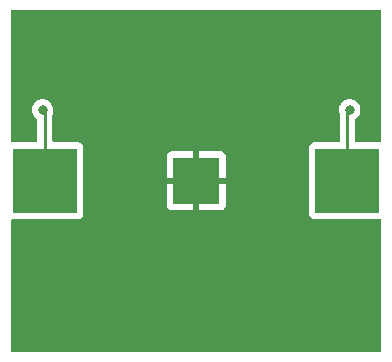
<source format=gbr>
%TF.GenerationSoftware,KiCad,Pcbnew,(6.0.8)*%
%TF.CreationDate,2023-01-21T17:58:08-05:00*%
%TF.ProjectId,Blinky 5.0,426c696e-6b79-4203-952e-302e6b696361,rev?*%
%TF.SameCoordinates,Original*%
%TF.FileFunction,Copper,L2,Bot*%
%TF.FilePolarity,Positive*%
%FSLAX46Y46*%
G04 Gerber Fmt 4.6, Leading zero omitted, Abs format (unit mm)*
G04 Created by KiCad (PCBNEW (6.0.8)) date 2023-01-21 17:58:08*
%MOMM*%
%LPD*%
G01*
G04 APERTURE LIST*
%TA.AperFunction,SMDPad,CuDef*%
%ADD10R,5.500000X5.500000*%
%TD*%
%TA.AperFunction,SMDPad,CuDef*%
%ADD11R,4.000000X4.000000*%
%TD*%
%TA.AperFunction,ViaPad*%
%ADD12C,0.800000*%
%TD*%
%TA.AperFunction,Conductor*%
%ADD13C,0.250000*%
%TD*%
G04 APERTURE END LIST*
D10*
%TO.P,BT1,1,+*%
%TO.N,/VDD*%
X134200000Y-97000000D03*
X159800000Y-97000000D03*
D11*
%TO.P,BT1,2,-*%
%TO.N,GND*%
X147000000Y-97000000D03*
%TD*%
D12*
%TO.N,/VDD*%
X160000000Y-91000000D03*
X134000000Y-91000000D03*
%TO.N,GND*%
X144000000Y-92000000D03*
X139000000Y-89000000D03*
X139000000Y-105000000D03*
%TD*%
D13*
%TO.N,/VDD*%
X159800000Y-91200000D02*
X160000000Y-91000000D01*
X159800000Y-97000000D02*
X159800000Y-91200000D01*
X134200000Y-91200000D02*
X134000000Y-91000000D01*
X134200000Y-97000000D02*
X134200000Y-91200000D01*
%TD*%
%TA.AperFunction,Conductor*%
%TO.N,GND*%
G36*
X162633621Y-82528502D02*
G01*
X162680114Y-82582158D01*
X162691500Y-82634500D01*
X162691500Y-93615500D01*
X162671498Y-93683621D01*
X162617842Y-93730114D01*
X162565500Y-93741500D01*
X160559500Y-93741500D01*
X160491379Y-93721498D01*
X160444886Y-93667842D01*
X160433500Y-93615500D01*
X160433500Y-91872212D01*
X160453502Y-91804091D01*
X160485439Y-91770276D01*
X160547500Y-91725185D01*
X160611253Y-91678866D01*
X160739040Y-91536944D01*
X160834527Y-91371556D01*
X160893542Y-91189928D01*
X160913504Y-91000000D01*
X160893542Y-90810072D01*
X160834527Y-90628444D01*
X160739040Y-90463056D01*
X160611253Y-90321134D01*
X160456752Y-90208882D01*
X160450724Y-90206198D01*
X160450722Y-90206197D01*
X160288319Y-90133891D01*
X160288318Y-90133891D01*
X160282288Y-90131206D01*
X160188888Y-90111353D01*
X160101944Y-90092872D01*
X160101939Y-90092872D01*
X160095487Y-90091500D01*
X159904513Y-90091500D01*
X159898061Y-90092872D01*
X159898056Y-90092872D01*
X159811113Y-90111353D01*
X159717712Y-90131206D01*
X159711682Y-90133891D01*
X159711681Y-90133891D01*
X159549278Y-90206197D01*
X159549276Y-90206198D01*
X159543248Y-90208882D01*
X159388747Y-90321134D01*
X159260960Y-90463056D01*
X159165473Y-90628444D01*
X159106458Y-90810072D01*
X159086496Y-91000000D01*
X159106458Y-91189928D01*
X159108498Y-91196206D01*
X159160333Y-91355737D01*
X159166500Y-91394673D01*
X159166500Y-93615500D01*
X159146498Y-93683621D01*
X159092842Y-93730114D01*
X159040500Y-93741500D01*
X157001866Y-93741500D01*
X156939684Y-93748255D01*
X156803295Y-93799385D01*
X156686739Y-93886739D01*
X156599385Y-94003295D01*
X156548255Y-94139684D01*
X156541500Y-94201866D01*
X156541500Y-99798134D01*
X156548255Y-99860316D01*
X156599385Y-99996705D01*
X156686739Y-100113261D01*
X156803295Y-100200615D01*
X156939684Y-100251745D01*
X157001866Y-100258500D01*
X162565500Y-100258500D01*
X162633621Y-100278502D01*
X162680114Y-100332158D01*
X162691500Y-100384500D01*
X162691500Y-111365500D01*
X162671498Y-111433621D01*
X162617842Y-111480114D01*
X162565500Y-111491500D01*
X131434500Y-111491500D01*
X131366379Y-111471498D01*
X131319886Y-111417842D01*
X131308500Y-111365500D01*
X131308500Y-100384500D01*
X131328502Y-100316379D01*
X131382158Y-100269886D01*
X131434500Y-100258500D01*
X136998134Y-100258500D01*
X137060316Y-100251745D01*
X137196705Y-100200615D01*
X137313261Y-100113261D01*
X137400615Y-99996705D01*
X137451745Y-99860316D01*
X137458500Y-99798134D01*
X137458500Y-99044669D01*
X144492001Y-99044669D01*
X144492371Y-99051490D01*
X144497895Y-99102352D01*
X144501521Y-99117604D01*
X144546676Y-99238054D01*
X144555214Y-99253649D01*
X144631715Y-99355724D01*
X144644276Y-99368285D01*
X144746351Y-99444786D01*
X144761946Y-99453324D01*
X144882394Y-99498478D01*
X144897649Y-99502105D01*
X144948514Y-99507631D01*
X144955328Y-99508000D01*
X146727885Y-99508000D01*
X146743124Y-99503525D01*
X146744329Y-99502135D01*
X146746000Y-99494452D01*
X146746000Y-99489884D01*
X147254000Y-99489884D01*
X147258475Y-99505123D01*
X147259865Y-99506328D01*
X147267548Y-99507999D01*
X149044669Y-99507999D01*
X149051490Y-99507629D01*
X149102352Y-99502105D01*
X149117604Y-99498479D01*
X149238054Y-99453324D01*
X149253649Y-99444786D01*
X149355724Y-99368285D01*
X149368285Y-99355724D01*
X149444786Y-99253649D01*
X149453324Y-99238054D01*
X149498478Y-99117606D01*
X149502105Y-99102351D01*
X149507631Y-99051486D01*
X149508000Y-99044672D01*
X149508000Y-97272115D01*
X149503525Y-97256876D01*
X149502135Y-97255671D01*
X149494452Y-97254000D01*
X147272115Y-97254000D01*
X147256876Y-97258475D01*
X147255671Y-97259865D01*
X147254000Y-97267548D01*
X147254000Y-99489884D01*
X146746000Y-99489884D01*
X146746000Y-97272115D01*
X146741525Y-97256876D01*
X146740135Y-97255671D01*
X146732452Y-97254000D01*
X144510116Y-97254000D01*
X144494877Y-97258475D01*
X144493672Y-97259865D01*
X144492001Y-97267548D01*
X144492001Y-99044669D01*
X137458500Y-99044669D01*
X137458500Y-96727885D01*
X144492000Y-96727885D01*
X144496475Y-96743124D01*
X144497865Y-96744329D01*
X144505548Y-96746000D01*
X146727885Y-96746000D01*
X146743124Y-96741525D01*
X146744329Y-96740135D01*
X146746000Y-96732452D01*
X146746000Y-96727885D01*
X147254000Y-96727885D01*
X147258475Y-96743124D01*
X147259865Y-96744329D01*
X147267548Y-96746000D01*
X149489884Y-96746000D01*
X149505123Y-96741525D01*
X149506328Y-96740135D01*
X149507999Y-96732452D01*
X149507999Y-94955331D01*
X149507629Y-94948510D01*
X149502105Y-94897648D01*
X149498479Y-94882396D01*
X149453324Y-94761946D01*
X149444786Y-94746351D01*
X149368285Y-94644276D01*
X149355724Y-94631715D01*
X149253649Y-94555214D01*
X149238054Y-94546676D01*
X149117606Y-94501522D01*
X149102351Y-94497895D01*
X149051486Y-94492369D01*
X149044672Y-94492000D01*
X147272115Y-94492000D01*
X147256876Y-94496475D01*
X147255671Y-94497865D01*
X147254000Y-94505548D01*
X147254000Y-96727885D01*
X146746000Y-96727885D01*
X146746000Y-94510116D01*
X146741525Y-94494877D01*
X146740135Y-94493672D01*
X146732452Y-94492001D01*
X144955331Y-94492001D01*
X144948510Y-94492371D01*
X144897648Y-94497895D01*
X144882396Y-94501521D01*
X144761946Y-94546676D01*
X144746351Y-94555214D01*
X144644276Y-94631715D01*
X144631715Y-94644276D01*
X144555214Y-94746351D01*
X144546676Y-94761946D01*
X144501522Y-94882394D01*
X144497895Y-94897649D01*
X144492369Y-94948514D01*
X144492000Y-94955328D01*
X144492000Y-96727885D01*
X137458500Y-96727885D01*
X137458500Y-94201866D01*
X137451745Y-94139684D01*
X137400615Y-94003295D01*
X137313261Y-93886739D01*
X137196705Y-93799385D01*
X137060316Y-93748255D01*
X136998134Y-93741500D01*
X134959500Y-93741500D01*
X134891379Y-93721498D01*
X134844886Y-93667842D01*
X134833500Y-93615500D01*
X134833500Y-91394673D01*
X134839667Y-91355737D01*
X134891502Y-91196206D01*
X134893542Y-91189928D01*
X134913504Y-91000000D01*
X134893542Y-90810072D01*
X134834527Y-90628444D01*
X134739040Y-90463056D01*
X134611253Y-90321134D01*
X134456752Y-90208882D01*
X134450724Y-90206198D01*
X134450722Y-90206197D01*
X134288319Y-90133891D01*
X134288318Y-90133891D01*
X134282288Y-90131206D01*
X134188888Y-90111353D01*
X134101944Y-90092872D01*
X134101939Y-90092872D01*
X134095487Y-90091500D01*
X133904513Y-90091500D01*
X133898061Y-90092872D01*
X133898056Y-90092872D01*
X133811113Y-90111353D01*
X133717712Y-90131206D01*
X133711682Y-90133891D01*
X133711681Y-90133891D01*
X133549278Y-90206197D01*
X133549276Y-90206198D01*
X133543248Y-90208882D01*
X133388747Y-90321134D01*
X133260960Y-90463056D01*
X133165473Y-90628444D01*
X133106458Y-90810072D01*
X133086496Y-91000000D01*
X133106458Y-91189928D01*
X133165473Y-91371556D01*
X133260960Y-91536944D01*
X133388747Y-91678866D01*
X133452500Y-91725185D01*
X133514561Y-91770276D01*
X133557915Y-91826499D01*
X133566500Y-91872212D01*
X133566500Y-93615500D01*
X133546498Y-93683621D01*
X133492842Y-93730114D01*
X133440500Y-93741500D01*
X131434500Y-93741500D01*
X131366379Y-93721498D01*
X131319886Y-93667842D01*
X131308500Y-93615500D01*
X131308500Y-82634500D01*
X131328502Y-82566379D01*
X131382158Y-82519886D01*
X131434500Y-82508500D01*
X162565500Y-82508500D01*
X162633621Y-82528502D01*
G37*
%TD.AperFunction*%
%TD*%
M02*

</source>
